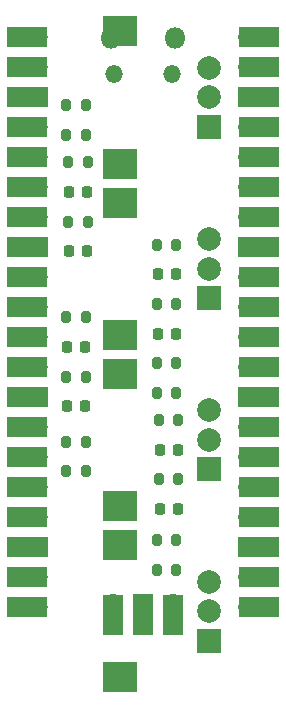
<source format=gbr>
G04 #@! TF.GenerationSoftware,KiCad,Pcbnew,(6.0.1)*
G04 #@! TF.CreationDate,2022-01-27T16:12:40+01:00*
G04 #@! TF.ProjectId,mico,6d69636f-2e6b-4696-9361-645f70636258,rev?*
G04 #@! TF.SameCoordinates,Original*
G04 #@! TF.FileFunction,Soldermask,Bot*
G04 #@! TF.FilePolarity,Negative*
%FSLAX46Y46*%
G04 Gerber Fmt 4.6, Leading zero omitted, Abs format (unit mm)*
G04 Created by KiCad (PCBNEW (6.0.1)) date 2022-01-27 16:12:40*
%MOMM*%
%LPD*%
G01*
G04 APERTURE LIST*
G04 Aperture macros list*
%AMRoundRect*
0 Rectangle with rounded corners*
0 $1 Rounding radius*
0 $2 $3 $4 $5 $6 $7 $8 $9 X,Y pos of 4 corners*
0 Add a 4 corners polygon primitive as box body*
4,1,4,$2,$3,$4,$5,$6,$7,$8,$9,$2,$3,0*
0 Add four circle primitives for the rounded corners*
1,1,$1+$1,$2,$3*
1,1,$1+$1,$4,$5*
1,1,$1+$1,$6,$7*
1,1,$1+$1,$8,$9*
0 Add four rect primitives between the rounded corners*
20,1,$1+$1,$2,$3,$4,$5,0*
20,1,$1+$1,$4,$5,$6,$7,0*
20,1,$1+$1,$6,$7,$8,$9,0*
20,1,$1+$1,$8,$9,$2,$3,0*%
G04 Aperture macros list end*
%ADD10R,2.000000X2.000000*%
%ADD11C,2.000000*%
%ADD12R,3.000000X2.500000*%
%ADD13RoundRect,0.225000X-0.225000X-0.250000X0.225000X-0.250000X0.225000X0.250000X-0.225000X0.250000X0*%
%ADD14RoundRect,0.200000X-0.200000X-0.275000X0.200000X-0.275000X0.200000X0.275000X-0.200000X0.275000X0*%
%ADD15O,1.500000X1.500000*%
%ADD16O,1.800000X1.800000*%
%ADD17R,3.500000X1.700000*%
%ADD18O,1.700000X1.700000*%
%ADD19R,1.700000X1.700000*%
%ADD20R,1.700000X3.500000*%
G04 APERTURE END LIST*
D10*
X143550000Y-76500000D03*
D11*
X143550000Y-71500000D03*
X143550000Y-74000000D03*
D12*
X136050000Y-68400000D03*
X136050000Y-79600000D03*
D10*
X143550000Y-91000000D03*
D11*
X143550000Y-86000000D03*
X143550000Y-88500000D03*
D12*
X136050000Y-82900000D03*
X136050000Y-94100000D03*
D10*
X143550000Y-120000000D03*
D11*
X143550000Y-115000000D03*
X143550000Y-117500000D03*
D12*
X136050000Y-111900000D03*
X136050000Y-123100000D03*
D10*
X143550000Y-105500000D03*
D11*
X143550000Y-100500000D03*
X143550000Y-103000000D03*
D12*
X136050000Y-97400000D03*
X136050000Y-108600000D03*
D13*
X139395000Y-108850000D03*
X140945000Y-108850000D03*
X131725000Y-87030000D03*
X133275000Y-87030000D03*
X131725000Y-82010000D03*
X133275000Y-82010000D03*
D14*
X131505000Y-105670000D03*
X133155000Y-105670000D03*
X131675000Y-79500000D03*
X133325000Y-79500000D03*
D13*
X131555000Y-95140000D03*
X133105000Y-95140000D03*
D14*
X139175000Y-96480000D03*
X140825000Y-96480000D03*
D13*
X139225000Y-88990000D03*
X140775000Y-88990000D03*
D14*
X139175000Y-98990000D03*
X140825000Y-98990000D03*
X131505000Y-97650000D03*
X133155000Y-97650000D03*
D13*
X139395000Y-103830000D03*
X140945000Y-103830000D03*
D14*
X139175000Y-111480000D03*
X140825000Y-111480000D03*
X131675000Y-84520000D03*
X133325000Y-84520000D03*
X139345000Y-101320000D03*
X140995000Y-101320000D03*
X139175000Y-113990000D03*
X140825000Y-113990000D03*
X139345000Y-106340000D03*
X140995000Y-106340000D03*
D13*
X139225000Y-94010000D03*
X140775000Y-94010000D03*
D15*
X140425000Y-72030000D03*
D16*
X135275000Y-69000000D03*
X140725000Y-69000000D03*
D15*
X135575000Y-72030000D03*
D17*
X147790000Y-68870000D03*
D18*
X146890000Y-68870000D03*
X146890000Y-71410000D03*
D17*
X147790000Y-71410000D03*
D19*
X146890000Y-73950000D03*
D17*
X147790000Y-73950000D03*
D18*
X146890000Y-76490000D03*
D17*
X147790000Y-76490000D03*
X147790000Y-79030000D03*
D18*
X146890000Y-79030000D03*
X146890000Y-81570000D03*
D17*
X147790000Y-81570000D03*
X147790000Y-84110000D03*
D18*
X146890000Y-84110000D03*
D19*
X146890000Y-86650000D03*
D17*
X147790000Y-86650000D03*
X147790000Y-89190000D03*
D18*
X146890000Y-89190000D03*
D17*
X147790000Y-91730000D03*
D18*
X146890000Y-91730000D03*
D17*
X147790000Y-94270000D03*
D18*
X146890000Y-94270000D03*
D17*
X147790000Y-96810000D03*
D18*
X146890000Y-96810000D03*
D19*
X146890000Y-99350000D03*
D17*
X147790000Y-99350000D03*
D18*
X146890000Y-101890000D03*
D17*
X147790000Y-101890000D03*
D18*
X146890000Y-104430000D03*
D17*
X147790000Y-104430000D03*
D18*
X146890000Y-106970000D03*
D17*
X147790000Y-106970000D03*
D18*
X146890000Y-109510000D03*
D17*
X147790000Y-109510000D03*
D19*
X146890000Y-112050000D03*
D17*
X147790000Y-112050000D03*
X147790000Y-114590000D03*
D18*
X146890000Y-114590000D03*
X146890000Y-117130000D03*
D17*
X147790000Y-117130000D03*
X128210000Y-117130000D03*
D18*
X129110000Y-117130000D03*
D17*
X128210000Y-114590000D03*
D18*
X129110000Y-114590000D03*
D19*
X129110000Y-112050000D03*
D17*
X128210000Y-112050000D03*
D18*
X129110000Y-109510000D03*
D17*
X128210000Y-109510000D03*
D18*
X129110000Y-106970000D03*
D17*
X128210000Y-106970000D03*
X128210000Y-104430000D03*
D18*
X129110000Y-104430000D03*
D17*
X128210000Y-101890000D03*
D18*
X129110000Y-101890000D03*
D17*
X128210000Y-99350000D03*
D19*
X129110000Y-99350000D03*
D17*
X128210000Y-96810000D03*
D18*
X129110000Y-96810000D03*
X129110000Y-94270000D03*
D17*
X128210000Y-94270000D03*
X128210000Y-91730000D03*
D18*
X129110000Y-91730000D03*
X129110000Y-89190000D03*
D17*
X128210000Y-89190000D03*
X128210000Y-86650000D03*
D19*
X129110000Y-86650000D03*
D17*
X128210000Y-84110000D03*
D18*
X129110000Y-84110000D03*
X129110000Y-81570000D03*
D17*
X128210000Y-81570000D03*
D18*
X129110000Y-79030000D03*
D17*
X128210000Y-79030000D03*
X128210000Y-76490000D03*
D18*
X129110000Y-76490000D03*
D17*
X128210000Y-73950000D03*
D19*
X129110000Y-73950000D03*
D18*
X129110000Y-71410000D03*
D17*
X128210000Y-71410000D03*
D18*
X129110000Y-68870000D03*
D17*
X128210000Y-68870000D03*
D20*
X140540000Y-117800000D03*
D18*
X140540000Y-116900000D03*
D19*
X138000000Y-116900000D03*
D20*
X138000000Y-117800000D03*
D18*
X135460000Y-116900000D03*
D20*
X135460000Y-117800000D03*
D14*
X131505000Y-77170000D03*
X133155000Y-77170000D03*
X131505000Y-74660000D03*
X133155000Y-74660000D03*
X139175000Y-91500000D03*
X140825000Y-91500000D03*
D13*
X131555000Y-100160000D03*
X133105000Y-100160000D03*
D14*
X139175000Y-86480000D03*
X140825000Y-86480000D03*
X131505000Y-103160000D03*
X133155000Y-103160000D03*
X131505000Y-92630000D03*
X133155000Y-92630000D03*
M02*

</source>
